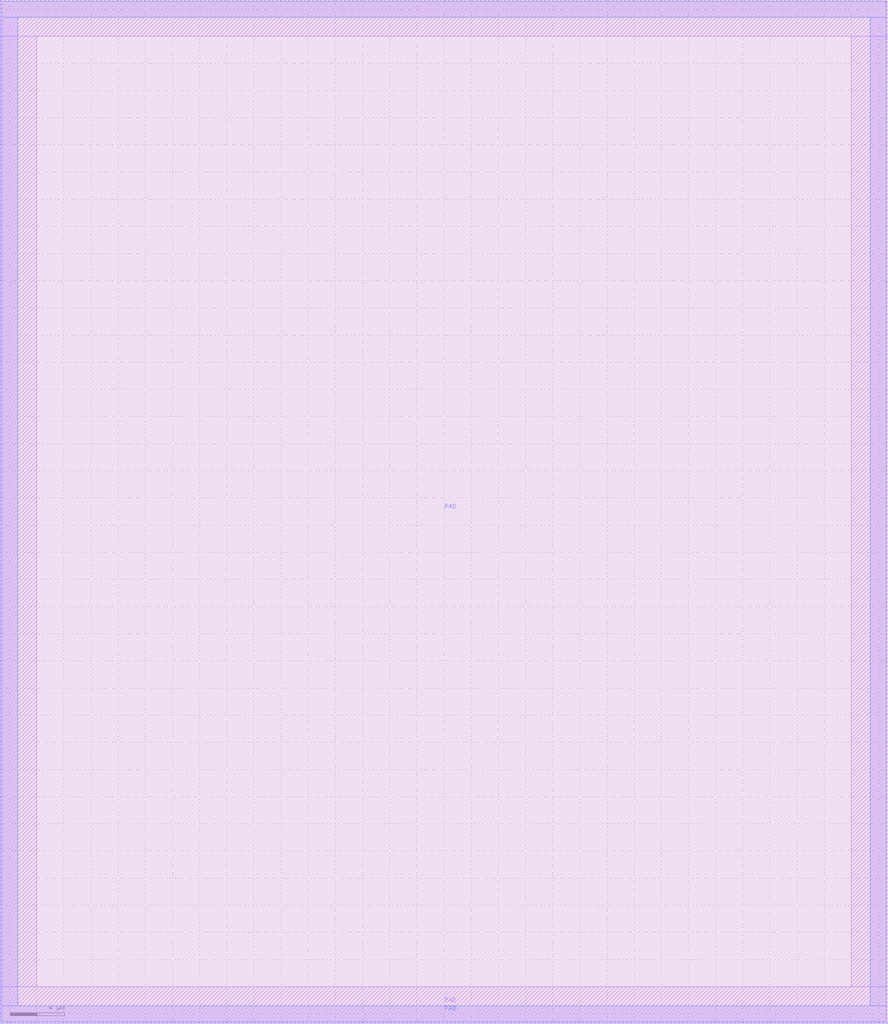
<source format=lef>
VERSION 5.7 ;
  NOWIREEXTENSIONATPIN ON ;
  DIVIDERCHAR "/" ;
  BUSBITCHARS "[]" ;
MACRO sky130_ef_io__bare_pad
  CLASS BLOCK ;
  FOREIGN sky130_ef_io__bare_pad ;
  ORIGIN 2.700 2.700 ;
  SIZE 65.400 BY 75.400 ;
  PIN PAD
    PORT
      LAYER met4 ;
        RECT -2.700 70.000 62.700 72.700 ;
        RECT -2.700 0.000 0.000 70.000 ;
        RECT 60.000 0.000 62.700 70.000 ;
        RECT -2.700 -2.700 62.700 0.000 ;
      LAYER via4 ;
        RECT -2.580 71.400 62.580 72.580 ;
        RECT -2.580 -1.400 -1.400 71.400 ;
        RECT 61.400 -1.400 62.580 71.400 ;
        RECT -2.580 -2.580 62.580 -1.400 ;
      LAYER met5 ;
        RECT -2.700 -2.700 62.700 72.700 ;
    END
  END PAD
END sky130_ef_io__bare_pad
END LIBRARY


</source>
